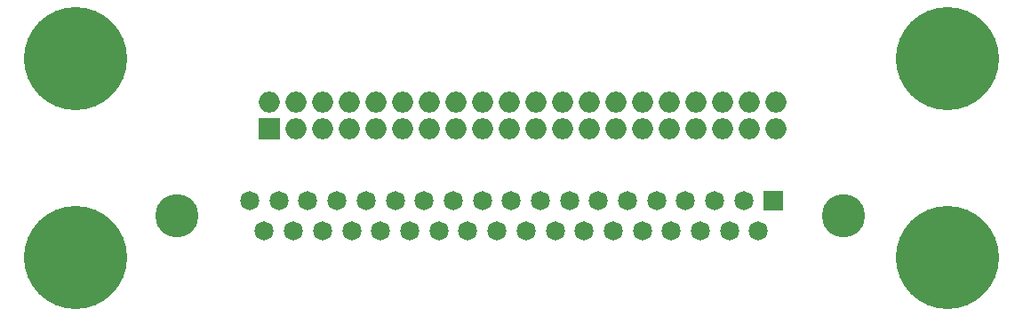
<source format=gbr>
G04 #@! TF.FileFunction,Soldermask,Top*
%FSLAX46Y46*%
G04 Gerber Fmt 4.6, Leading zero omitted, Abs format (unit mm)*
G04 Created by KiCad (PCBNEW (after 2015-mar-04 BZR unknown)-product) date 6/9/2017 4:16:11 PM*
%MOMM*%
G01*
G04 APERTURE LIST*
%ADD10C,0.150000*%
%ADD11R,2.004800X2.004800*%
%ADD12O,2.004800X2.004800*%
%ADD13R,1.824800X1.824800*%
%ADD14C,1.824800*%
%ADD15C,4.114800*%
%ADD16C,9.829800*%
G04 APERTURE END LIST*
D10*
D11*
X24384000Y-12700000D03*
D12*
X24384000Y-10160000D03*
X26924000Y-12700000D03*
X26924000Y-10160000D03*
X29464000Y-12700000D03*
X29464000Y-10160000D03*
X32004000Y-12700000D03*
X32004000Y-10160000D03*
X34544000Y-12700000D03*
X34544000Y-10160000D03*
X37084000Y-12700000D03*
X37084000Y-10160000D03*
X39624000Y-12700000D03*
X39624000Y-10160000D03*
X42164000Y-12700000D03*
X42164000Y-10160000D03*
X44704000Y-12700000D03*
X44704000Y-10160000D03*
X47244000Y-12700000D03*
X47244000Y-10160000D03*
X49784000Y-12700000D03*
X49784000Y-10160000D03*
X52324000Y-12700000D03*
X52324000Y-10160000D03*
X54864000Y-12700000D03*
X54864000Y-10160000D03*
X57404000Y-12700000D03*
X57404000Y-10160000D03*
X59944000Y-12700000D03*
X59944000Y-10160000D03*
X62484000Y-12700000D03*
X62484000Y-10160000D03*
X65024000Y-12700000D03*
X65024000Y-10160000D03*
X67564000Y-12700000D03*
X67564000Y-10160000D03*
X70104000Y-12700000D03*
X70104000Y-10160000D03*
X72644000Y-12700000D03*
X72644000Y-10160000D03*
D13*
X72390000Y-19558000D03*
D14*
X69620000Y-19558000D03*
X66850000Y-19558000D03*
X64080000Y-19558000D03*
X61320000Y-19558000D03*
X58550000Y-19558000D03*
X55780000Y-19558000D03*
X53010000Y-19558000D03*
X50240000Y-19558000D03*
D15*
X79100000Y-20978000D03*
X15600000Y-20978000D03*
D14*
X47470000Y-19558000D03*
X44700000Y-19558000D03*
X41940000Y-19558000D03*
X39170000Y-19558000D03*
X36400000Y-19558000D03*
X33630000Y-19558000D03*
X30860000Y-19558000D03*
X28090000Y-19558000D03*
X25320000Y-19558000D03*
X22560000Y-19558000D03*
X71020000Y-22398000D03*
X68250000Y-22398000D03*
X65480000Y-22398000D03*
X62710000Y-22398000D03*
X59940000Y-22398000D03*
X57180000Y-22398000D03*
X54410000Y-22398000D03*
X51640000Y-22398000D03*
X48870000Y-22398000D03*
X46100000Y-22398000D03*
X43330000Y-22398000D03*
X40560000Y-22398000D03*
X37800000Y-22398000D03*
X35030000Y-22398000D03*
X32260000Y-22398000D03*
X29490000Y-22398000D03*
X26720000Y-22398000D03*
X23950000Y-22398000D03*
D16*
X89000000Y-6000000D03*
X6000000Y-6000000D03*
X6000000Y-25000000D03*
X89000000Y-25000000D03*
M02*

</source>
